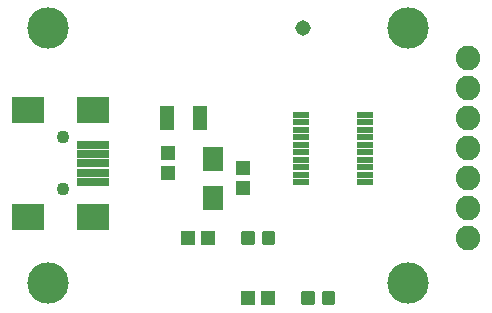
<source format=gts>
G75*
%MOIN*%
%OFA0B0*%
%FSLAX25Y25*%
%IPPOS*%
%LPD*%
%AMOC8*
5,1,8,0,0,1.08239X$1,22.5*
%
%ADD10R,0.04737X0.05131*%
%ADD11R,0.07099X0.08280*%
%ADD12C,0.01421*%
%ADD13R,0.04737X0.07887*%
%ADD14C,0.08200*%
%ADD15R,0.10643X0.02769*%
%ADD16R,0.10643X0.08674*%
%ADD17C,0.04343*%
%ADD18R,0.05131X0.04737*%
%ADD19C,0.13800*%
%ADD20R,0.05300X0.02300*%
%ADD21C,0.05162*%
D10*
X0168333Y0096654D03*
X0168333Y0103346D03*
X0143333Y0101654D03*
X0143333Y0108346D03*
D11*
X0158333Y0106496D03*
X0158333Y0093504D03*
D12*
X0171539Y0081658D02*
X0171539Y0078342D01*
X0168223Y0078342D01*
X0168223Y0081658D01*
X0171539Y0081658D01*
X0171539Y0079762D02*
X0168223Y0079762D01*
X0168223Y0081182D02*
X0171539Y0081182D01*
X0178444Y0081658D02*
X0178444Y0078342D01*
X0175128Y0078342D01*
X0175128Y0081658D01*
X0178444Y0081658D01*
X0178444Y0079762D02*
X0175128Y0079762D01*
X0175128Y0081182D02*
X0178444Y0081182D01*
X0191539Y0061658D02*
X0191539Y0058342D01*
X0188223Y0058342D01*
X0188223Y0061658D01*
X0191539Y0061658D01*
X0191539Y0059762D02*
X0188223Y0059762D01*
X0188223Y0061182D02*
X0191539Y0061182D01*
X0198444Y0061658D02*
X0198444Y0058342D01*
X0195128Y0058342D01*
X0195128Y0061658D01*
X0198444Y0061658D01*
X0198444Y0059762D02*
X0195128Y0059762D01*
X0195128Y0061182D02*
X0198444Y0061182D01*
D13*
X0153845Y0120000D03*
X0142822Y0120000D03*
D14*
X0243333Y0120000D03*
X0243333Y0110000D03*
X0243333Y0100000D03*
X0243333Y0090000D03*
X0243333Y0080000D03*
X0243333Y0130000D03*
X0243333Y0140000D03*
D15*
X0118176Y0111299D03*
X0118176Y0108150D03*
X0118176Y0105000D03*
X0118176Y0101850D03*
X0118176Y0098701D03*
D16*
X0118176Y0087283D03*
X0096522Y0087283D03*
X0096522Y0122717D03*
X0118176Y0122717D03*
D17*
X0108333Y0113661D03*
X0108333Y0096339D03*
D18*
X0149987Y0080000D03*
X0156680Y0080000D03*
X0169987Y0060000D03*
X0176680Y0060000D03*
D19*
X0103333Y0065000D03*
X0223333Y0065000D03*
X0223333Y0150000D03*
X0103333Y0150000D03*
D20*
X0187783Y0121250D03*
X0187783Y0118750D03*
X0187783Y0116250D03*
X0187783Y0113750D03*
X0187783Y0111250D03*
X0187783Y0108750D03*
X0187783Y0106250D03*
X0187783Y0103750D03*
X0187783Y0101250D03*
X0187783Y0098750D03*
X0208883Y0098750D03*
X0208883Y0101250D03*
X0208883Y0103750D03*
X0208883Y0106250D03*
X0208883Y0108750D03*
X0208883Y0111250D03*
X0208883Y0113750D03*
X0208883Y0116250D03*
X0208883Y0118750D03*
X0208883Y0121250D03*
D21*
X0188333Y0150000D03*
M02*

</source>
